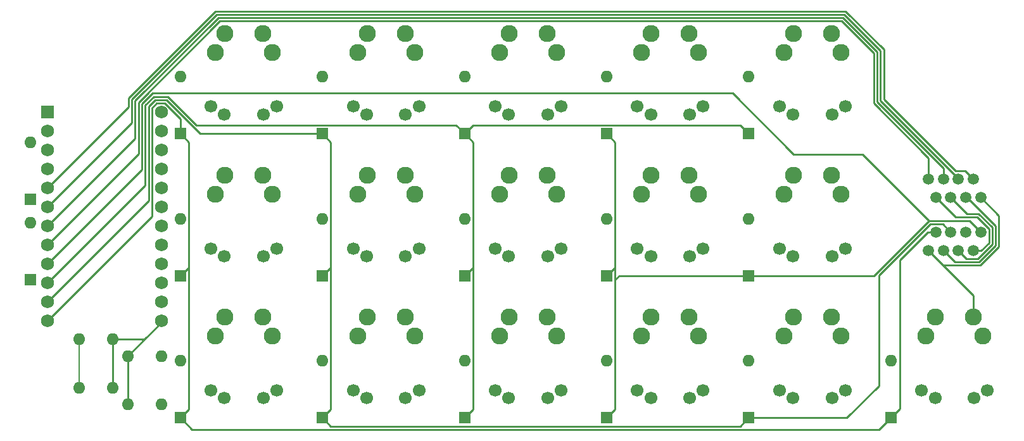
<source format=gbl>
G04 #@! TF.GenerationSoftware,KiCad,Pcbnew,7.0.7*
G04 #@! TF.CreationDate,2023-09-30T21:04:22+10:00*
G04 #@! TF.ProjectId,skink,736b696e-6b2e-46b6-9963-61645f706362,rev?*
G04 #@! TF.SameCoordinates,Original*
G04 #@! TF.FileFunction,Copper,L2,Bot*
G04 #@! TF.FilePolarity,Positive*
%FSLAX46Y46*%
G04 Gerber Fmt 4.6, Leading zero omitted, Abs format (unit mm)*
G04 Created by KiCad (PCBNEW 7.0.7) date 2023-09-30 21:04:22*
%MOMM*%
%LPD*%
G01*
G04 APERTURE LIST*
G04 #@! TA.AperFunction,ComponentPad*
%ADD10R,1.600000X1.600000*%
G04 #@! TD*
G04 #@! TA.AperFunction,ComponentPad*
%ADD11O,1.600000X1.600000*%
G04 #@! TD*
G04 #@! TA.AperFunction,ComponentPad*
%ADD12C,1.700000*%
G04 #@! TD*
G04 #@! TA.AperFunction,ComponentPad*
%ADD13C,2.286000*%
G04 #@! TD*
G04 #@! TA.AperFunction,ComponentPad*
%ADD14C,1.500000*%
G04 #@! TD*
G04 #@! TA.AperFunction,ComponentPad*
%ADD15R,1.752600X1.752600*%
G04 #@! TD*
G04 #@! TA.AperFunction,ComponentPad*
%ADD16C,1.752600*%
G04 #@! TD*
G04 #@! TA.AperFunction,Conductor*
%ADD17C,0.250000*%
G04 #@! TD*
G04 #@! TA.AperFunction,Conductor*
%ADD18C,0.200000*%
G04 #@! TD*
G04 APERTURE END LIST*
D10*
X21250000Y-59250000D03*
D11*
X21250000Y-51630000D03*
D10*
X21250000Y-48500000D03*
D11*
X21250000Y-40880000D03*
X32250000Y-67250000D03*
X32250000Y-73750000D03*
X27750000Y-67250000D03*
X27750000Y-73750000D03*
X34250000Y-69500000D03*
X34250000Y-76000000D03*
X38750000Y-76000000D03*
X38750000Y-69500000D03*
D10*
X117300000Y-39770000D03*
D11*
X117300000Y-32150000D03*
D10*
X79300000Y-39770000D03*
D11*
X79300000Y-32150000D03*
D10*
X60300000Y-58770000D03*
D11*
X60300000Y-51150000D03*
D10*
X98300000Y-77770000D03*
D11*
X98300000Y-70150000D03*
D10*
X41300000Y-58770000D03*
D11*
X41300000Y-51150000D03*
D10*
X117300000Y-58770000D03*
D11*
X117300000Y-51150000D03*
D10*
X60300000Y-77770000D03*
D11*
X60300000Y-70150000D03*
D10*
X60300000Y-39770000D03*
D11*
X60300000Y-32150000D03*
D10*
X117300000Y-77770000D03*
D11*
X117300000Y-70150000D03*
D10*
X79300000Y-77770000D03*
D11*
X79300000Y-70150000D03*
D10*
X136300000Y-77770000D03*
D11*
X136300000Y-70150000D03*
D10*
X79300000Y-58770000D03*
D11*
X79300000Y-51150000D03*
D10*
X41300000Y-77770000D03*
D11*
X41300000Y-70150000D03*
D10*
X98300000Y-58770000D03*
D11*
X98300000Y-51150000D03*
D10*
X41300000Y-39770000D03*
D11*
X41300000Y-32150000D03*
D10*
X98300000Y-39770000D03*
D11*
X98300000Y-32150000D03*
D12*
X47200000Y-56150000D03*
D13*
X47260000Y-45320000D03*
X52340000Y-45320000D03*
D12*
X52400000Y-56150000D03*
X45400000Y-55100000D03*
D13*
X45990000Y-47860000D03*
X53610000Y-47860000D03*
D12*
X54200000Y-55100000D03*
X92200000Y-55100000D03*
D13*
X91610000Y-47860000D03*
X83990000Y-47860000D03*
D12*
X83400000Y-55100000D03*
X90400000Y-56150000D03*
D13*
X90340000Y-45320000D03*
X85260000Y-45320000D03*
D12*
X85200000Y-56150000D03*
X123200000Y-75150000D03*
D13*
X123260000Y-64320000D03*
X128340000Y-64320000D03*
D12*
X128400000Y-75150000D03*
X121400000Y-74100000D03*
D13*
X121990000Y-66860000D03*
X129610000Y-66860000D03*
D12*
X130200000Y-74100000D03*
X66200000Y-75150000D03*
D13*
X66260000Y-64320000D03*
X71340000Y-64320000D03*
D12*
X71400000Y-75150000D03*
X64400000Y-74100000D03*
D13*
X64990000Y-66860000D03*
X72610000Y-66860000D03*
D12*
X73200000Y-74100000D03*
X104200000Y-37150000D03*
D13*
X104260000Y-26320000D03*
X109340000Y-26320000D03*
D12*
X109400000Y-37150000D03*
X102400000Y-36100000D03*
D13*
X102990000Y-28860000D03*
X110610000Y-28860000D03*
D12*
X111200000Y-36100000D03*
X104200000Y-75150000D03*
D13*
X104260000Y-64320000D03*
X109340000Y-64320000D03*
D12*
X109400000Y-75150000D03*
X102400000Y-74100000D03*
D13*
X102990000Y-66860000D03*
X110610000Y-66860000D03*
D12*
X111200000Y-74100000D03*
X142200000Y-75150000D03*
D13*
X142260000Y-64320000D03*
X147340000Y-64320000D03*
D12*
X147400000Y-75150000D03*
X140400000Y-74100000D03*
D13*
X140990000Y-66860000D03*
X148610000Y-66860000D03*
D12*
X149200000Y-74100000D03*
X85200000Y-37150000D03*
D13*
X85260000Y-26320000D03*
X90340000Y-26320000D03*
D12*
X90400000Y-37150000D03*
X83400000Y-36100000D03*
D13*
X83990000Y-28860000D03*
X91610000Y-28860000D03*
D12*
X92200000Y-36100000D03*
X123200000Y-37150000D03*
D13*
X123260000Y-26320000D03*
X128340000Y-26320000D03*
D12*
X128400000Y-37150000D03*
X121400000Y-36100000D03*
D13*
X121990000Y-28860000D03*
X129610000Y-28860000D03*
D12*
X130200000Y-36100000D03*
X104200000Y-56150000D03*
D13*
X104260000Y-45320000D03*
X109340000Y-45320000D03*
D12*
X109400000Y-56150000D03*
X102400000Y-55100000D03*
D13*
X102990000Y-47860000D03*
X110610000Y-47860000D03*
D12*
X111200000Y-55100000D03*
X66200000Y-56150000D03*
D13*
X66260000Y-45320000D03*
X71340000Y-45320000D03*
D12*
X71400000Y-56150000D03*
X64400000Y-55100000D03*
D13*
X64990000Y-47860000D03*
X72610000Y-47860000D03*
D12*
X73200000Y-55100000D03*
D14*
X148300000Y-48300000D03*
X147300000Y-45800000D03*
X146300000Y-48300000D03*
X145300000Y-45800000D03*
X144300000Y-48300000D03*
X143300000Y-45800000D03*
X142300000Y-48300000D03*
X141300000Y-45800000D03*
D12*
X123200000Y-56150000D03*
D13*
X123260000Y-45320000D03*
X128340000Y-45320000D03*
D12*
X128400000Y-56150000D03*
X121400000Y-55100000D03*
D13*
X121990000Y-47860000D03*
X129610000Y-47860000D03*
D12*
X130200000Y-55100000D03*
X47200000Y-37150000D03*
D13*
X47260000Y-26320000D03*
X52340000Y-26320000D03*
D12*
X52400000Y-37150000D03*
X45400000Y-36100000D03*
D13*
X45990000Y-28860000D03*
X53610000Y-28860000D03*
D12*
X54200000Y-36100000D03*
X66200000Y-37150000D03*
D13*
X66260000Y-26320000D03*
X71340000Y-26320000D03*
D12*
X71400000Y-37150000D03*
X64400000Y-36100000D03*
D13*
X64990000Y-28860000D03*
X72610000Y-28860000D03*
D12*
X73200000Y-36100000D03*
D15*
X23500000Y-36880000D03*
D16*
X23500000Y-39420000D03*
X23500000Y-41960000D03*
X23500000Y-44500000D03*
X23500000Y-47040000D03*
X23500000Y-49580000D03*
X23500000Y-52120000D03*
X23500000Y-54660000D03*
X23500000Y-57200000D03*
X23500000Y-59740000D03*
X23500000Y-62280000D03*
X23500000Y-64820000D03*
X38740000Y-36880000D03*
X38740000Y-39420000D03*
X38740000Y-41960000D03*
X38740000Y-44500000D03*
X38740000Y-47040000D03*
X38740000Y-49580000D03*
X38740000Y-52120000D03*
X38740000Y-54660000D03*
X38740000Y-57200000D03*
X38740000Y-59740000D03*
X38740000Y-62280000D03*
X38740000Y-64820000D03*
D12*
X47200000Y-75150000D03*
D13*
X47260000Y-64320000D03*
X52340000Y-64320000D03*
D12*
X52400000Y-75150000D03*
X45400000Y-74100000D03*
D13*
X45990000Y-66860000D03*
X53610000Y-66860000D03*
D12*
X54200000Y-74100000D03*
X85200000Y-75150000D03*
D13*
X85260000Y-64320000D03*
X90340000Y-64320000D03*
D12*
X90400000Y-75150000D03*
X83400000Y-74100000D03*
D13*
X83990000Y-66860000D03*
X91610000Y-66860000D03*
D12*
X92200000Y-74100000D03*
D14*
X141300000Y-55400000D03*
X142300000Y-52900000D03*
X143300000Y-55400000D03*
X144300000Y-52900000D03*
X145300000Y-55400000D03*
X146300000Y-52900000D03*
X147300000Y-55400000D03*
X148300000Y-52900000D03*
D17*
X36500000Y-67250000D02*
X38740000Y-65010000D01*
X32250000Y-67250000D02*
X36500000Y-67250000D01*
X34250000Y-69500000D02*
X36500000Y-67250000D01*
X38740000Y-65010000D02*
X38740000Y-64820000D01*
X34250000Y-69500000D02*
X34250000Y-76000000D01*
D18*
X27750000Y-67250000D02*
X27750000Y-73750000D01*
D17*
X32250000Y-67250000D02*
X32250000Y-73750000D01*
X34350000Y-36190000D02*
X23500000Y-47040000D01*
X45995228Y-23350000D02*
X34350000Y-34995228D01*
X130259188Y-23350000D02*
X45995228Y-23350000D01*
X135350000Y-28440812D02*
X130259188Y-23350000D01*
X135350000Y-35140812D02*
X135350000Y-28440812D01*
X144934188Y-44725000D02*
X135350000Y-35140812D01*
X146225000Y-44725000D02*
X144934188Y-44725000D01*
X147300000Y-45800000D02*
X146225000Y-44725000D01*
X34350000Y-34995228D02*
X34350000Y-36190000D01*
X134900000Y-28627208D02*
X134900000Y-35327208D01*
X130072792Y-23800000D02*
X134900000Y-28627208D01*
X46181624Y-23800000D02*
X130072792Y-23800000D01*
X34800000Y-35181624D02*
X46181624Y-23800000D01*
X34800000Y-38280000D02*
X34800000Y-35181624D01*
X23500000Y-49580000D02*
X34800000Y-38280000D01*
X134900000Y-35327208D02*
X145300000Y-45727208D01*
X145300000Y-45727208D02*
X145300000Y-45800000D01*
X134450000Y-35513604D02*
X143300000Y-44363604D01*
X46368020Y-24250000D02*
X129886396Y-24250000D01*
X35250000Y-35368020D02*
X46368020Y-24250000D01*
X129886396Y-24250000D02*
X134450000Y-28813604D01*
X134450000Y-28813604D02*
X134450000Y-35513604D01*
X35250000Y-40370000D02*
X35250000Y-35368020D01*
X143300000Y-44363604D02*
X143300000Y-45800000D01*
X23500000Y-52120000D02*
X35250000Y-40370000D01*
X141300000Y-43000000D02*
X141300000Y-45800000D01*
X134000000Y-35700000D02*
X141300000Y-43000000D01*
X134000000Y-29000000D02*
X134000000Y-35700000D01*
X129700000Y-24700000D02*
X134000000Y-29000000D01*
X46554416Y-24700000D02*
X129700000Y-24700000D01*
X35700000Y-42460000D02*
X35700000Y-35554416D01*
X23500000Y-54660000D02*
X35700000Y-42460000D01*
X35700000Y-35554416D02*
X46554416Y-24700000D01*
X147340000Y-61440000D02*
X141300000Y-55400000D01*
X147340000Y-64320000D02*
X147340000Y-61440000D01*
X117300000Y-58770000D02*
X133993604Y-58770000D01*
X132513604Y-42500000D02*
X141388604Y-51375000D01*
X36150000Y-44550000D02*
X36150000Y-35740812D01*
X123300000Y-42500000D02*
X132513604Y-42500000D01*
X23500000Y-57200000D02*
X36150000Y-44550000D01*
X115128700Y-34328700D02*
X123300000Y-42500000D01*
X98300000Y-39770000D02*
X99425000Y-40895000D01*
X99425000Y-57645000D02*
X99425000Y-59300000D01*
X37562112Y-34328700D02*
X115128700Y-34328700D01*
X146775000Y-51375000D02*
X148300000Y-52900000D01*
X99425000Y-57645000D02*
X98300000Y-58770000D01*
X36150000Y-35740812D02*
X37562112Y-34328700D01*
X99425000Y-59300000D02*
X99425000Y-76645000D01*
X99955000Y-58770000D02*
X99425000Y-59300000D01*
X99425000Y-76645000D02*
X98300000Y-77770000D01*
X133993604Y-58770000D02*
X141388604Y-51375000D01*
X141388604Y-51375000D02*
X146775000Y-51375000D01*
X117300000Y-58770000D02*
X99955000Y-58770000D01*
X99425000Y-40895000D02*
X99425000Y-57645000D01*
X80425000Y-57645000D02*
X80425000Y-76645000D01*
X37748508Y-34778700D02*
X36600000Y-35927208D01*
X80425000Y-40895000D02*
X80425000Y-57645000D01*
X79300000Y-39770000D02*
X78175000Y-38645000D01*
X43476687Y-38645000D02*
X39610387Y-34778700D01*
X80425000Y-57645000D02*
X79300000Y-58770000D01*
X79300000Y-39770000D02*
X80425000Y-38645000D01*
X39610387Y-34778700D02*
X37748508Y-34778700D01*
X36600000Y-35927208D02*
X36600000Y-46640000D01*
X78175000Y-38645000D02*
X43476687Y-38645000D01*
X80425000Y-76645000D02*
X79300000Y-77770000D01*
X80425000Y-38645000D02*
X116175000Y-38645000D01*
X36600000Y-46640000D02*
X23500000Y-59740000D01*
X116175000Y-38645000D02*
X117300000Y-39770000D01*
X79300000Y-39770000D02*
X80425000Y-40895000D01*
X60300000Y-77770000D02*
X61425000Y-78895000D01*
X61425000Y-40895000D02*
X61425000Y-57645000D01*
X61425000Y-57645000D02*
X61425000Y-76645000D01*
X134700000Y-73500000D02*
X130430000Y-77770000D01*
X37050000Y-36113604D02*
X37050000Y-48730000D01*
X141575000Y-51825000D02*
X134700000Y-58700000D01*
X37934904Y-35228700D02*
X37050000Y-36113604D01*
X37050000Y-48730000D02*
X23500000Y-62280000D01*
X61425000Y-76645000D02*
X60300000Y-77770000D01*
X61425000Y-57645000D02*
X60300000Y-58770000D01*
X134700000Y-58700000D02*
X134700000Y-73500000D01*
X130430000Y-77770000D02*
X117300000Y-77770000D01*
X116175000Y-78895000D02*
X117300000Y-77770000D01*
X144300000Y-52900000D02*
X143225000Y-51825000D01*
X143225000Y-51825000D02*
X141575000Y-51825000D01*
X61425000Y-78895000D02*
X116175000Y-78895000D01*
X60300000Y-39770000D02*
X61425000Y-40895000D01*
X39423991Y-35228700D02*
X37934904Y-35228700D01*
X43965291Y-39770000D02*
X39423991Y-35228700D01*
X60300000Y-39770000D02*
X43965291Y-39770000D01*
X137500000Y-56639340D02*
X137500000Y-76570000D01*
X38121300Y-35678700D02*
X37500000Y-36300000D01*
X142300000Y-52900000D02*
X141239340Y-52900000D01*
X37500000Y-50820000D02*
X23500000Y-64820000D01*
X134725000Y-79345000D02*
X136300000Y-77770000D01*
X41300000Y-39770000D02*
X42425000Y-40895000D01*
X42425000Y-40895000D02*
X42425000Y-57645000D01*
X137500000Y-76570000D02*
X136300000Y-77770000D01*
X41300000Y-39770000D02*
X41300000Y-37741105D01*
X39237595Y-35678700D02*
X38121300Y-35678700D01*
X141239340Y-52900000D02*
X137500000Y-56639340D01*
X42425000Y-57645000D02*
X42425000Y-76645000D01*
X42425000Y-57645000D02*
X41300000Y-58770000D01*
X37500000Y-36300000D02*
X37500000Y-50820000D01*
X42425000Y-76645000D02*
X41300000Y-77770000D01*
X41300000Y-37741105D02*
X39237595Y-35678700D01*
X42875000Y-79345000D02*
X134725000Y-79345000D01*
X41300000Y-77770000D02*
X42875000Y-79345000D01*
X148360660Y-55400000D02*
X147300000Y-55400000D01*
X147845280Y-50925000D02*
X149400000Y-52479720D01*
X144925000Y-50925000D02*
X147845280Y-50925000D01*
X149400000Y-52479720D02*
X149400000Y-54360660D01*
X149400000Y-54360660D02*
X148360660Y-55400000D01*
X142300000Y-48300000D02*
X144925000Y-50925000D01*
X147922056Y-56475000D02*
X146375000Y-56475000D01*
X149850000Y-54547056D02*
X147922056Y-56475000D01*
X148031676Y-50475000D02*
X149850000Y-52293324D01*
X146475000Y-50475000D02*
X148031676Y-50475000D01*
X149850000Y-52293324D02*
X149850000Y-54547056D01*
X144300000Y-48300000D02*
X146475000Y-50475000D01*
X146375000Y-56475000D02*
X145300000Y-55400000D01*
X146300000Y-48300000D02*
X146493072Y-48300000D01*
X146493072Y-48300000D02*
X150300000Y-52106928D01*
X148108452Y-56925000D02*
X144825000Y-56925000D01*
X150300000Y-54733452D02*
X148108452Y-56925000D01*
X150300000Y-52106928D02*
X150300000Y-54733452D01*
X144825000Y-56925000D02*
X143300000Y-55400000D01*
X150750000Y-50750000D02*
X150750000Y-54919848D01*
X150750000Y-54919848D02*
X148294848Y-57375000D01*
X148300000Y-48300000D02*
X150750000Y-50750000D01*
X143275000Y-57375000D02*
X141300000Y-55400000D01*
X148294848Y-57375000D02*
X143275000Y-57375000D01*
M02*

</source>
